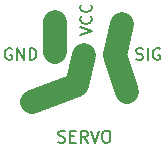
<source format=gto>
%TF.GenerationSoftware,KiCad,Pcbnew,4.0.5-e0-6337~49~ubuntu16.04.1*%
%TF.CreationDate,2017-01-19T00:00:55-08:00*%
%TF.ProjectId,2x2-Servo-Header,3278322D536572766F2D486561646572,1.0*%
%TF.FileFunction,Legend,Top*%
%FSLAX46Y46*%
G04 Gerber Fmt 4.6, Leading zero omitted, Abs format (unit mm)*
G04 Created by KiCad (PCBNEW 4.0.5-e0-6337~49~ubuntu16.04.1) date Thu Jan 19 00:00:55 2017*
%MOMM*%
%LPD*%
G01*
G04 APERTURE LIST*
%ADD10C,0.350000*%
%ADD11C,2.000000*%
%ADD12C,0.150000*%
G04 APERTURE END LIST*
D10*
D11*
X141968080Y-104466280D02*
X141968080Y-101866280D01*
X143868080Y-107266280D02*
X144468080Y-104666280D01*
X143868080Y-107266280D02*
X140068080Y-108666280D01*
X147068080Y-104666280D02*
X147668080Y-102066280D01*
X148068080Y-107866280D02*
X147068080Y-104666280D01*
D12*
X142277604Y-112071042D02*
X142420461Y-112118661D01*
X142658557Y-112118661D01*
X142753795Y-112071042D01*
X142801414Y-112023423D01*
X142849033Y-111928185D01*
X142849033Y-111832947D01*
X142801414Y-111737709D01*
X142753795Y-111690090D01*
X142658557Y-111642470D01*
X142468080Y-111594851D01*
X142372842Y-111547232D01*
X142325223Y-111499613D01*
X142277604Y-111404375D01*
X142277604Y-111309137D01*
X142325223Y-111213899D01*
X142372842Y-111166280D01*
X142468080Y-111118661D01*
X142706176Y-111118661D01*
X142849033Y-111166280D01*
X143277604Y-111594851D02*
X143610938Y-111594851D01*
X143753795Y-112118661D02*
X143277604Y-112118661D01*
X143277604Y-111118661D01*
X143753795Y-111118661D01*
X144753795Y-112118661D02*
X144420461Y-111642470D01*
X144182366Y-112118661D02*
X144182366Y-111118661D01*
X144563319Y-111118661D01*
X144658557Y-111166280D01*
X144706176Y-111213899D01*
X144753795Y-111309137D01*
X144753795Y-111451994D01*
X144706176Y-111547232D01*
X144658557Y-111594851D01*
X144563319Y-111642470D01*
X144182366Y-111642470D01*
X145039509Y-111118661D02*
X145372842Y-112118661D01*
X145706176Y-111118661D01*
X146229985Y-111118661D02*
X146420462Y-111118661D01*
X146515700Y-111166280D01*
X146610938Y-111261518D01*
X146658557Y-111451994D01*
X146658557Y-111785328D01*
X146610938Y-111975804D01*
X146515700Y-112071042D01*
X146420462Y-112118661D01*
X146229985Y-112118661D01*
X146134747Y-112071042D01*
X146039509Y-111975804D01*
X145991890Y-111785328D01*
X145991890Y-111451994D01*
X146039509Y-111261518D01*
X146134747Y-111166280D01*
X146229985Y-111118661D01*
X144120461Y-102999613D02*
X145120461Y-102666280D01*
X144120461Y-102332946D01*
X145025223Y-101428184D02*
X145072842Y-101475803D01*
X145120461Y-101618660D01*
X145120461Y-101713898D01*
X145072842Y-101856756D01*
X144977604Y-101951994D01*
X144882366Y-101999613D01*
X144691890Y-102047232D01*
X144549032Y-102047232D01*
X144358556Y-101999613D01*
X144263318Y-101951994D01*
X144168080Y-101856756D01*
X144120461Y-101713898D01*
X144120461Y-101618660D01*
X144168080Y-101475803D01*
X144215699Y-101428184D01*
X145025223Y-100428184D02*
X145072842Y-100475803D01*
X145120461Y-100618660D01*
X145120461Y-100713898D01*
X145072842Y-100856756D01*
X144977604Y-100951994D01*
X144882366Y-100999613D01*
X144691890Y-101047232D01*
X144549032Y-101047232D01*
X144358556Y-100999613D01*
X144263318Y-100951994D01*
X144168080Y-100856756D01*
X144120461Y-100713898D01*
X144120461Y-100618660D01*
X144168080Y-100475803D01*
X144215699Y-100428184D01*
X138306176Y-104166280D02*
X138210938Y-104118661D01*
X138068081Y-104118661D01*
X137925223Y-104166280D01*
X137829985Y-104261518D01*
X137782366Y-104356756D01*
X137734747Y-104547232D01*
X137734747Y-104690090D01*
X137782366Y-104880566D01*
X137829985Y-104975804D01*
X137925223Y-105071042D01*
X138068081Y-105118661D01*
X138163319Y-105118661D01*
X138306176Y-105071042D01*
X138353795Y-105023423D01*
X138353795Y-104690090D01*
X138163319Y-104690090D01*
X138782366Y-105118661D02*
X138782366Y-104118661D01*
X139353795Y-105118661D01*
X139353795Y-104118661D01*
X139829985Y-105118661D02*
X139829985Y-104118661D01*
X140068080Y-104118661D01*
X140210938Y-104166280D01*
X140306176Y-104261518D01*
X140353795Y-104356756D01*
X140401414Y-104547232D01*
X140401414Y-104690090D01*
X140353795Y-104880566D01*
X140306176Y-104975804D01*
X140210938Y-105071042D01*
X140068080Y-105118661D01*
X139829985Y-105118661D01*
X148844271Y-105071042D02*
X148987128Y-105118661D01*
X149225224Y-105118661D01*
X149320462Y-105071042D01*
X149368081Y-105023423D01*
X149415700Y-104928185D01*
X149415700Y-104832947D01*
X149368081Y-104737709D01*
X149320462Y-104690090D01*
X149225224Y-104642470D01*
X149034747Y-104594851D01*
X148939509Y-104547232D01*
X148891890Y-104499613D01*
X148844271Y-104404375D01*
X148844271Y-104309137D01*
X148891890Y-104213899D01*
X148939509Y-104166280D01*
X149034747Y-104118661D01*
X149272843Y-104118661D01*
X149415700Y-104166280D01*
X149844271Y-105118661D02*
X149844271Y-104118661D01*
X150844271Y-104166280D02*
X150749033Y-104118661D01*
X150606176Y-104118661D01*
X150463318Y-104166280D01*
X150368080Y-104261518D01*
X150320461Y-104356756D01*
X150272842Y-104547232D01*
X150272842Y-104690090D01*
X150320461Y-104880566D01*
X150368080Y-104975804D01*
X150463318Y-105071042D01*
X150606176Y-105118661D01*
X150701414Y-105118661D01*
X150844271Y-105071042D01*
X150891890Y-105023423D01*
X150891890Y-104690090D01*
X150701414Y-104690090D01*
M02*

</source>
